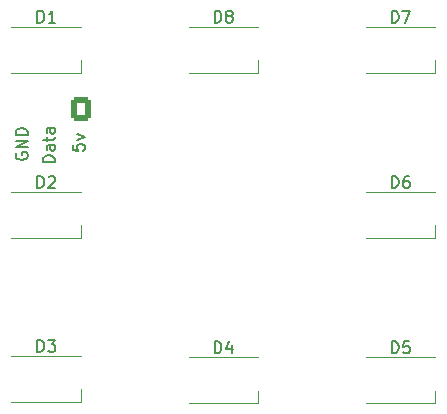
<source format=gto>
%TF.GenerationSoftware,KiCad,Pcbnew,7.0.9-1.fc39*%
%TF.CreationDate,2023-12-07T10:16:05+00:00*%
%TF.ProjectId,LED PCB V2,4c454420-5043-4422-9056-322e6b696361,rev?*%
%TF.SameCoordinates,Original*%
%TF.FileFunction,Legend,Top*%
%TF.FilePolarity,Positive*%
%FSLAX46Y46*%
G04 Gerber Fmt 4.6, Leading zero omitted, Abs format (unit mm)*
G04 Created by KiCad (PCBNEW 7.0.9-1.fc39) date 2023-12-07 10:16:05*
%MOMM*%
%LPD*%
G01*
G04 APERTURE LIST*
G04 Aperture macros list*
%AMRoundRect*
0 Rectangle with rounded corners*
0 $1 Rounding radius*
0 $2 $3 $4 $5 $6 $7 $8 $9 X,Y pos of 4 corners*
0 Add a 4 corners polygon primitive as box body*
4,1,4,$2,$3,$4,$5,$6,$7,$8,$9,$2,$3,0*
0 Add four circle primitives for the rounded corners*
1,1,$1+$1,$2,$3*
1,1,$1+$1,$4,$5*
1,1,$1+$1,$6,$7*
1,1,$1+$1,$8,$9*
0 Add four rect primitives between the rounded corners*
20,1,$1+$1,$2,$3,$4,$5,0*
20,1,$1+$1,$4,$5,$6,$7,0*
20,1,$1+$1,$6,$7,$8,$9,0*
20,1,$1+$1,$8,$9,$2,$3,0*%
G04 Aperture macros list end*
%ADD10C,0.150000*%
%ADD11C,0.120000*%
%ADD12R,1.600000X0.850000*%
%ADD13RoundRect,0.250000X0.600000X0.725000X-0.600000X0.725000X-0.600000X-0.725000X0.600000X-0.725000X0*%
%ADD14O,1.700000X1.950000*%
G04 APERTURE END LIST*
D10*
X100707819Y-54527220D02*
X99707819Y-54527220D01*
X99707819Y-54527220D02*
X99707819Y-54289125D01*
X99707819Y-54289125D02*
X99755438Y-54146268D01*
X99755438Y-54146268D02*
X99850676Y-54051030D01*
X99850676Y-54051030D02*
X99945914Y-54003411D01*
X99945914Y-54003411D02*
X100136390Y-53955792D01*
X100136390Y-53955792D02*
X100279247Y-53955792D01*
X100279247Y-53955792D02*
X100469723Y-54003411D01*
X100469723Y-54003411D02*
X100564961Y-54051030D01*
X100564961Y-54051030D02*
X100660200Y-54146268D01*
X100660200Y-54146268D02*
X100707819Y-54289125D01*
X100707819Y-54289125D02*
X100707819Y-54527220D01*
X100707819Y-53098649D02*
X100184009Y-53098649D01*
X100184009Y-53098649D02*
X100088771Y-53146268D01*
X100088771Y-53146268D02*
X100041152Y-53241506D01*
X100041152Y-53241506D02*
X100041152Y-53431982D01*
X100041152Y-53431982D02*
X100088771Y-53527220D01*
X100660200Y-53098649D02*
X100707819Y-53193887D01*
X100707819Y-53193887D02*
X100707819Y-53431982D01*
X100707819Y-53431982D02*
X100660200Y-53527220D01*
X100660200Y-53527220D02*
X100564961Y-53574839D01*
X100564961Y-53574839D02*
X100469723Y-53574839D01*
X100469723Y-53574839D02*
X100374485Y-53527220D01*
X100374485Y-53527220D02*
X100326866Y-53431982D01*
X100326866Y-53431982D02*
X100326866Y-53193887D01*
X100326866Y-53193887D02*
X100279247Y-53098649D01*
X100041152Y-52765315D02*
X100041152Y-52384363D01*
X99707819Y-52622458D02*
X100564961Y-52622458D01*
X100564961Y-52622458D02*
X100660200Y-52574839D01*
X100660200Y-52574839D02*
X100707819Y-52479601D01*
X100707819Y-52479601D02*
X100707819Y-52384363D01*
X100707819Y-51622458D02*
X100184009Y-51622458D01*
X100184009Y-51622458D02*
X100088771Y-51670077D01*
X100088771Y-51670077D02*
X100041152Y-51765315D01*
X100041152Y-51765315D02*
X100041152Y-51955791D01*
X100041152Y-51955791D02*
X100088771Y-52051029D01*
X100660200Y-51622458D02*
X100707819Y-51717696D01*
X100707819Y-51717696D02*
X100707819Y-51955791D01*
X100707819Y-51955791D02*
X100660200Y-52051029D01*
X100660200Y-52051029D02*
X100564961Y-52098648D01*
X100564961Y-52098648D02*
X100469723Y-52098648D01*
X100469723Y-52098648D02*
X100374485Y-52051029D01*
X100374485Y-52051029D02*
X100326866Y-51955791D01*
X100326866Y-51955791D02*
X100326866Y-51717696D01*
X100326866Y-51717696D02*
X100279247Y-51622458D01*
X97469438Y-53749411D02*
X97421819Y-53844649D01*
X97421819Y-53844649D02*
X97421819Y-53987506D01*
X97421819Y-53987506D02*
X97469438Y-54130363D01*
X97469438Y-54130363D02*
X97564676Y-54225601D01*
X97564676Y-54225601D02*
X97659914Y-54273220D01*
X97659914Y-54273220D02*
X97850390Y-54320839D01*
X97850390Y-54320839D02*
X97993247Y-54320839D01*
X97993247Y-54320839D02*
X98183723Y-54273220D01*
X98183723Y-54273220D02*
X98278961Y-54225601D01*
X98278961Y-54225601D02*
X98374200Y-54130363D01*
X98374200Y-54130363D02*
X98421819Y-53987506D01*
X98421819Y-53987506D02*
X98421819Y-53892268D01*
X98421819Y-53892268D02*
X98374200Y-53749411D01*
X98374200Y-53749411D02*
X98326580Y-53701792D01*
X98326580Y-53701792D02*
X97993247Y-53701792D01*
X97993247Y-53701792D02*
X97993247Y-53892268D01*
X98421819Y-53273220D02*
X97421819Y-53273220D01*
X97421819Y-53273220D02*
X98421819Y-52701792D01*
X98421819Y-52701792D02*
X97421819Y-52701792D01*
X98421819Y-52225601D02*
X97421819Y-52225601D01*
X97421819Y-52225601D02*
X97421819Y-51987506D01*
X97421819Y-51987506D02*
X97469438Y-51844649D01*
X97469438Y-51844649D02*
X97564676Y-51749411D01*
X97564676Y-51749411D02*
X97659914Y-51701792D01*
X97659914Y-51701792D02*
X97850390Y-51654173D01*
X97850390Y-51654173D02*
X97993247Y-51654173D01*
X97993247Y-51654173D02*
X98183723Y-51701792D01*
X98183723Y-51701792D02*
X98278961Y-51749411D01*
X98278961Y-51749411D02*
X98374200Y-51844649D01*
X98374200Y-51844649D02*
X98421819Y-51987506D01*
X98421819Y-51987506D02*
X98421819Y-52225601D01*
X102247819Y-53035030D02*
X102247819Y-53511220D01*
X102247819Y-53511220D02*
X102724009Y-53558839D01*
X102724009Y-53558839D02*
X102676390Y-53511220D01*
X102676390Y-53511220D02*
X102628771Y-53415982D01*
X102628771Y-53415982D02*
X102628771Y-53177887D01*
X102628771Y-53177887D02*
X102676390Y-53082649D01*
X102676390Y-53082649D02*
X102724009Y-53035030D01*
X102724009Y-53035030D02*
X102819247Y-52987411D01*
X102819247Y-52987411D02*
X103057342Y-52987411D01*
X103057342Y-52987411D02*
X103152580Y-53035030D01*
X103152580Y-53035030D02*
X103200200Y-53082649D01*
X103200200Y-53082649D02*
X103247819Y-53177887D01*
X103247819Y-53177887D02*
X103247819Y-53415982D01*
X103247819Y-53415982D02*
X103200200Y-53511220D01*
X103200200Y-53511220D02*
X103152580Y-53558839D01*
X102581152Y-52654077D02*
X103247819Y-52415982D01*
X103247819Y-52415982D02*
X102581152Y-52177887D01*
X129261905Y-70704819D02*
X129261905Y-69704819D01*
X129261905Y-69704819D02*
X129500000Y-69704819D01*
X129500000Y-69704819D02*
X129642857Y-69752438D01*
X129642857Y-69752438D02*
X129738095Y-69847676D01*
X129738095Y-69847676D02*
X129785714Y-69942914D01*
X129785714Y-69942914D02*
X129833333Y-70133390D01*
X129833333Y-70133390D02*
X129833333Y-70276247D01*
X129833333Y-70276247D02*
X129785714Y-70466723D01*
X129785714Y-70466723D02*
X129738095Y-70561961D01*
X129738095Y-70561961D02*
X129642857Y-70657200D01*
X129642857Y-70657200D02*
X129500000Y-70704819D01*
X129500000Y-70704819D02*
X129261905Y-70704819D01*
X130738095Y-69704819D02*
X130261905Y-69704819D01*
X130261905Y-69704819D02*
X130214286Y-70181009D01*
X130214286Y-70181009D02*
X130261905Y-70133390D01*
X130261905Y-70133390D02*
X130357143Y-70085771D01*
X130357143Y-70085771D02*
X130595238Y-70085771D01*
X130595238Y-70085771D02*
X130690476Y-70133390D01*
X130690476Y-70133390D02*
X130738095Y-70181009D01*
X130738095Y-70181009D02*
X130785714Y-70276247D01*
X130785714Y-70276247D02*
X130785714Y-70514342D01*
X130785714Y-70514342D02*
X130738095Y-70609580D01*
X130738095Y-70609580D02*
X130690476Y-70657200D01*
X130690476Y-70657200D02*
X130595238Y-70704819D01*
X130595238Y-70704819D02*
X130357143Y-70704819D01*
X130357143Y-70704819D02*
X130261905Y-70657200D01*
X130261905Y-70657200D02*
X130214286Y-70609580D01*
X99261905Y-56704819D02*
X99261905Y-55704819D01*
X99261905Y-55704819D02*
X99500000Y-55704819D01*
X99500000Y-55704819D02*
X99642857Y-55752438D01*
X99642857Y-55752438D02*
X99738095Y-55847676D01*
X99738095Y-55847676D02*
X99785714Y-55942914D01*
X99785714Y-55942914D02*
X99833333Y-56133390D01*
X99833333Y-56133390D02*
X99833333Y-56276247D01*
X99833333Y-56276247D02*
X99785714Y-56466723D01*
X99785714Y-56466723D02*
X99738095Y-56561961D01*
X99738095Y-56561961D02*
X99642857Y-56657200D01*
X99642857Y-56657200D02*
X99500000Y-56704819D01*
X99500000Y-56704819D02*
X99261905Y-56704819D01*
X100214286Y-55800057D02*
X100261905Y-55752438D01*
X100261905Y-55752438D02*
X100357143Y-55704819D01*
X100357143Y-55704819D02*
X100595238Y-55704819D01*
X100595238Y-55704819D02*
X100690476Y-55752438D01*
X100690476Y-55752438D02*
X100738095Y-55800057D01*
X100738095Y-55800057D02*
X100785714Y-55895295D01*
X100785714Y-55895295D02*
X100785714Y-55990533D01*
X100785714Y-55990533D02*
X100738095Y-56133390D01*
X100738095Y-56133390D02*
X100166667Y-56704819D01*
X100166667Y-56704819D02*
X100785714Y-56704819D01*
X99261905Y-42704819D02*
X99261905Y-41704819D01*
X99261905Y-41704819D02*
X99500000Y-41704819D01*
X99500000Y-41704819D02*
X99642857Y-41752438D01*
X99642857Y-41752438D02*
X99738095Y-41847676D01*
X99738095Y-41847676D02*
X99785714Y-41942914D01*
X99785714Y-41942914D02*
X99833333Y-42133390D01*
X99833333Y-42133390D02*
X99833333Y-42276247D01*
X99833333Y-42276247D02*
X99785714Y-42466723D01*
X99785714Y-42466723D02*
X99738095Y-42561961D01*
X99738095Y-42561961D02*
X99642857Y-42657200D01*
X99642857Y-42657200D02*
X99500000Y-42704819D01*
X99500000Y-42704819D02*
X99261905Y-42704819D01*
X100785714Y-42704819D02*
X100214286Y-42704819D01*
X100500000Y-42704819D02*
X100500000Y-41704819D01*
X100500000Y-41704819D02*
X100404762Y-41847676D01*
X100404762Y-41847676D02*
X100309524Y-41942914D01*
X100309524Y-41942914D02*
X100214286Y-41990533D01*
X114261905Y-70704819D02*
X114261905Y-69704819D01*
X114261905Y-69704819D02*
X114500000Y-69704819D01*
X114500000Y-69704819D02*
X114642857Y-69752438D01*
X114642857Y-69752438D02*
X114738095Y-69847676D01*
X114738095Y-69847676D02*
X114785714Y-69942914D01*
X114785714Y-69942914D02*
X114833333Y-70133390D01*
X114833333Y-70133390D02*
X114833333Y-70276247D01*
X114833333Y-70276247D02*
X114785714Y-70466723D01*
X114785714Y-70466723D02*
X114738095Y-70561961D01*
X114738095Y-70561961D02*
X114642857Y-70657200D01*
X114642857Y-70657200D02*
X114500000Y-70704819D01*
X114500000Y-70704819D02*
X114261905Y-70704819D01*
X115690476Y-70038152D02*
X115690476Y-70704819D01*
X115452381Y-69657200D02*
X115214286Y-70371485D01*
X115214286Y-70371485D02*
X115833333Y-70371485D01*
X114261905Y-42704819D02*
X114261905Y-41704819D01*
X114261905Y-41704819D02*
X114500000Y-41704819D01*
X114500000Y-41704819D02*
X114642857Y-41752438D01*
X114642857Y-41752438D02*
X114738095Y-41847676D01*
X114738095Y-41847676D02*
X114785714Y-41942914D01*
X114785714Y-41942914D02*
X114833333Y-42133390D01*
X114833333Y-42133390D02*
X114833333Y-42276247D01*
X114833333Y-42276247D02*
X114785714Y-42466723D01*
X114785714Y-42466723D02*
X114738095Y-42561961D01*
X114738095Y-42561961D02*
X114642857Y-42657200D01*
X114642857Y-42657200D02*
X114500000Y-42704819D01*
X114500000Y-42704819D02*
X114261905Y-42704819D01*
X115404762Y-42133390D02*
X115309524Y-42085771D01*
X115309524Y-42085771D02*
X115261905Y-42038152D01*
X115261905Y-42038152D02*
X115214286Y-41942914D01*
X115214286Y-41942914D02*
X115214286Y-41895295D01*
X115214286Y-41895295D02*
X115261905Y-41800057D01*
X115261905Y-41800057D02*
X115309524Y-41752438D01*
X115309524Y-41752438D02*
X115404762Y-41704819D01*
X115404762Y-41704819D02*
X115595238Y-41704819D01*
X115595238Y-41704819D02*
X115690476Y-41752438D01*
X115690476Y-41752438D02*
X115738095Y-41800057D01*
X115738095Y-41800057D02*
X115785714Y-41895295D01*
X115785714Y-41895295D02*
X115785714Y-41942914D01*
X115785714Y-41942914D02*
X115738095Y-42038152D01*
X115738095Y-42038152D02*
X115690476Y-42085771D01*
X115690476Y-42085771D02*
X115595238Y-42133390D01*
X115595238Y-42133390D02*
X115404762Y-42133390D01*
X115404762Y-42133390D02*
X115309524Y-42181009D01*
X115309524Y-42181009D02*
X115261905Y-42228628D01*
X115261905Y-42228628D02*
X115214286Y-42323866D01*
X115214286Y-42323866D02*
X115214286Y-42514342D01*
X115214286Y-42514342D02*
X115261905Y-42609580D01*
X115261905Y-42609580D02*
X115309524Y-42657200D01*
X115309524Y-42657200D02*
X115404762Y-42704819D01*
X115404762Y-42704819D02*
X115595238Y-42704819D01*
X115595238Y-42704819D02*
X115690476Y-42657200D01*
X115690476Y-42657200D02*
X115738095Y-42609580D01*
X115738095Y-42609580D02*
X115785714Y-42514342D01*
X115785714Y-42514342D02*
X115785714Y-42323866D01*
X115785714Y-42323866D02*
X115738095Y-42228628D01*
X115738095Y-42228628D02*
X115690476Y-42181009D01*
X115690476Y-42181009D02*
X115595238Y-42133390D01*
X99261905Y-70579819D02*
X99261905Y-69579819D01*
X99261905Y-69579819D02*
X99500000Y-69579819D01*
X99500000Y-69579819D02*
X99642857Y-69627438D01*
X99642857Y-69627438D02*
X99738095Y-69722676D01*
X99738095Y-69722676D02*
X99785714Y-69817914D01*
X99785714Y-69817914D02*
X99833333Y-70008390D01*
X99833333Y-70008390D02*
X99833333Y-70151247D01*
X99833333Y-70151247D02*
X99785714Y-70341723D01*
X99785714Y-70341723D02*
X99738095Y-70436961D01*
X99738095Y-70436961D02*
X99642857Y-70532200D01*
X99642857Y-70532200D02*
X99500000Y-70579819D01*
X99500000Y-70579819D02*
X99261905Y-70579819D01*
X100166667Y-69579819D02*
X100785714Y-69579819D01*
X100785714Y-69579819D02*
X100452381Y-69960771D01*
X100452381Y-69960771D02*
X100595238Y-69960771D01*
X100595238Y-69960771D02*
X100690476Y-70008390D01*
X100690476Y-70008390D02*
X100738095Y-70056009D01*
X100738095Y-70056009D02*
X100785714Y-70151247D01*
X100785714Y-70151247D02*
X100785714Y-70389342D01*
X100785714Y-70389342D02*
X100738095Y-70484580D01*
X100738095Y-70484580D02*
X100690476Y-70532200D01*
X100690476Y-70532200D02*
X100595238Y-70579819D01*
X100595238Y-70579819D02*
X100309524Y-70579819D01*
X100309524Y-70579819D02*
X100214286Y-70532200D01*
X100214286Y-70532200D02*
X100166667Y-70484580D01*
X129261905Y-56704819D02*
X129261905Y-55704819D01*
X129261905Y-55704819D02*
X129500000Y-55704819D01*
X129500000Y-55704819D02*
X129642857Y-55752438D01*
X129642857Y-55752438D02*
X129738095Y-55847676D01*
X129738095Y-55847676D02*
X129785714Y-55942914D01*
X129785714Y-55942914D02*
X129833333Y-56133390D01*
X129833333Y-56133390D02*
X129833333Y-56276247D01*
X129833333Y-56276247D02*
X129785714Y-56466723D01*
X129785714Y-56466723D02*
X129738095Y-56561961D01*
X129738095Y-56561961D02*
X129642857Y-56657200D01*
X129642857Y-56657200D02*
X129500000Y-56704819D01*
X129500000Y-56704819D02*
X129261905Y-56704819D01*
X130690476Y-55704819D02*
X130500000Y-55704819D01*
X130500000Y-55704819D02*
X130404762Y-55752438D01*
X130404762Y-55752438D02*
X130357143Y-55800057D01*
X130357143Y-55800057D02*
X130261905Y-55942914D01*
X130261905Y-55942914D02*
X130214286Y-56133390D01*
X130214286Y-56133390D02*
X130214286Y-56514342D01*
X130214286Y-56514342D02*
X130261905Y-56609580D01*
X130261905Y-56609580D02*
X130309524Y-56657200D01*
X130309524Y-56657200D02*
X130404762Y-56704819D01*
X130404762Y-56704819D02*
X130595238Y-56704819D01*
X130595238Y-56704819D02*
X130690476Y-56657200D01*
X130690476Y-56657200D02*
X130738095Y-56609580D01*
X130738095Y-56609580D02*
X130785714Y-56514342D01*
X130785714Y-56514342D02*
X130785714Y-56276247D01*
X130785714Y-56276247D02*
X130738095Y-56181009D01*
X130738095Y-56181009D02*
X130690476Y-56133390D01*
X130690476Y-56133390D02*
X130595238Y-56085771D01*
X130595238Y-56085771D02*
X130404762Y-56085771D01*
X130404762Y-56085771D02*
X130309524Y-56133390D01*
X130309524Y-56133390D02*
X130261905Y-56181009D01*
X130261905Y-56181009D02*
X130214286Y-56276247D01*
X129261905Y-42704819D02*
X129261905Y-41704819D01*
X129261905Y-41704819D02*
X129500000Y-41704819D01*
X129500000Y-41704819D02*
X129642857Y-41752438D01*
X129642857Y-41752438D02*
X129738095Y-41847676D01*
X129738095Y-41847676D02*
X129785714Y-41942914D01*
X129785714Y-41942914D02*
X129833333Y-42133390D01*
X129833333Y-42133390D02*
X129833333Y-42276247D01*
X129833333Y-42276247D02*
X129785714Y-42466723D01*
X129785714Y-42466723D02*
X129738095Y-42561961D01*
X129738095Y-42561961D02*
X129642857Y-42657200D01*
X129642857Y-42657200D02*
X129500000Y-42704819D01*
X129500000Y-42704819D02*
X129261905Y-42704819D01*
X130166667Y-41704819D02*
X130833333Y-41704819D01*
X130833333Y-41704819D02*
X130404762Y-42704819D01*
D11*
%TO.C,D5*%
X127050000Y-71050000D02*
X132950000Y-71050000D01*
X127050000Y-74950000D02*
X132950000Y-74950000D01*
X132950000Y-74950000D02*
X132950000Y-73875000D01*
%TO.C,D2*%
X97050000Y-57050000D02*
X102950000Y-57050000D01*
X97050000Y-60950000D02*
X102950000Y-60950000D01*
X102950000Y-60950000D02*
X102950000Y-59875000D01*
%TO.C,D1*%
X97050000Y-43050000D02*
X102950000Y-43050000D01*
X97050000Y-46950000D02*
X102950000Y-46950000D01*
X102950000Y-46950000D02*
X102950000Y-45875000D01*
%TO.C,D4*%
X112050000Y-71050000D02*
X117950000Y-71050000D01*
X112050000Y-74950000D02*
X117950000Y-74950000D01*
X117950000Y-74950000D02*
X117950000Y-73875000D01*
%TO.C,D8*%
X112050000Y-43050000D02*
X117950000Y-43050000D01*
X112050000Y-46950000D02*
X117950000Y-46950000D01*
X117950000Y-46950000D02*
X117950000Y-45875000D01*
%TO.C,D3*%
X97050000Y-70925000D02*
X102950000Y-70925000D01*
X97050000Y-74825000D02*
X102950000Y-74825000D01*
X102950000Y-74825000D02*
X102950000Y-73750000D01*
%TO.C,D6*%
X127050000Y-57050000D02*
X132950000Y-57050000D01*
X127050000Y-60950000D02*
X132950000Y-60950000D01*
X132950000Y-60950000D02*
X132950000Y-59875000D01*
%TO.C,D7*%
X127050000Y-43050000D02*
X132950000Y-43050000D01*
X127050000Y-46950000D02*
X132950000Y-46950000D01*
X132950000Y-46950000D02*
X132950000Y-45875000D01*
%TD*%
%LPC*%
D12*
%TO.C,D5*%
X128250000Y-72125000D03*
X128250000Y-73875000D03*
X131750000Y-73875000D03*
X131750000Y-72125000D03*
%TD*%
%TO.C,D2*%
X98250000Y-58125000D03*
X98250000Y-59875000D03*
X101750000Y-59875000D03*
X101750000Y-58125000D03*
%TD*%
%TO.C,D1*%
X98250000Y-44125000D03*
X98250000Y-45875000D03*
X101750000Y-45875000D03*
X101750000Y-44125000D03*
%TD*%
D13*
%TO.C,J1*%
X102970000Y-50050000D03*
D14*
X100470000Y-50050000D03*
X97970000Y-50050000D03*
%TD*%
D12*
%TO.C,D4*%
X113250000Y-72125000D03*
X113250000Y-73875000D03*
X116750000Y-73875000D03*
X116750000Y-72125000D03*
%TD*%
%TO.C,D8*%
X113250000Y-44125000D03*
X113250000Y-45875000D03*
X116750000Y-45875000D03*
X116750000Y-44125000D03*
%TD*%
%TO.C,D3*%
X98250000Y-72000000D03*
X98250000Y-73750000D03*
X101750000Y-73750000D03*
X101750000Y-72000000D03*
%TD*%
%TO.C,D6*%
X128250000Y-58125000D03*
X128250000Y-59875000D03*
X131750000Y-59875000D03*
X131750000Y-58125000D03*
%TD*%
%TO.C,D7*%
X128250000Y-44125000D03*
X128250000Y-45875000D03*
X131750000Y-45875000D03*
X131750000Y-44125000D03*
%TD*%
%LPD*%
M02*

</source>
